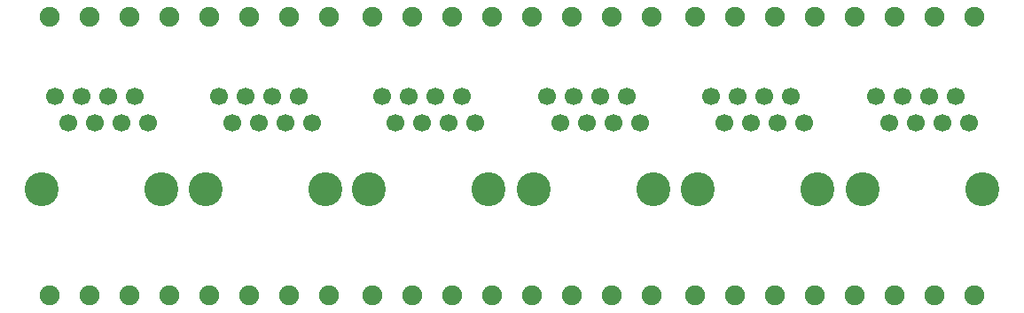
<source format=gbs>
G04 DipTrace 3.3.1.3*
G04 patch_panel_RG-45_5e_cat_24-port_BottomMask.gbs*
%MOMM*%
G04 #@! TF.FileFunction,Soldermask,Bot*
G04 #@! TF.Part,Single*
%ADD15C,1.7*%
%ADD18C,3.25*%
%ADD25C,1.9*%
%FSLAX35Y35*%
G04*
G71*
G90*
G75*
G01*
G04 BotMask*
%LPD*%
D25*
X6604000Y3048000D3*
X6985000D3*
X7366000D3*
X7747000D3*
X8128000D3*
X8509000D3*
X8890000D3*
X9271000D3*
Y381000D3*
X8890000D3*
X8509000D3*
X8128000D3*
X7747000D3*
X7366000D3*
X6985000D3*
X6604000D3*
D15*
X9223373Y2032000D3*
X9096373Y2286000D3*
X8969373Y2032000D3*
X8842373Y2286000D3*
X8715373Y2032000D3*
X8588373Y2286000D3*
X8461373Y2032000D3*
X8334373Y2286000D3*
D18*
X9350473Y1397000D3*
X8207273D3*
D15*
X7651750Y2032000D3*
X7524750Y2286000D3*
X7397750Y2032000D3*
X7270750Y2286000D3*
X7143750Y2032000D3*
X7016750Y2286000D3*
X6889750Y2032000D3*
X6762750Y2286000D3*
D18*
X7778850Y1397000D3*
X6635650D3*
D25*
X3524250Y3048000D3*
X3905250D3*
X4286250D3*
X4667250D3*
X5048250D3*
X5429250D3*
X5810250D3*
X6191250D3*
Y381000D3*
X5810250D3*
X5429250D3*
X5048250D3*
X4667250D3*
X4286250D3*
X3905250D3*
X3524250D3*
D15*
X6080123Y2032000D3*
X5953123Y2286000D3*
X5826123Y2032000D3*
X5699123Y2286000D3*
X5572123Y2032000D3*
X5445123Y2286000D3*
X5318123Y2032000D3*
X5191123Y2286000D3*
D18*
X6207223Y1397000D3*
X5064023D3*
D15*
X4508500Y2032000D3*
X4381500Y2286000D3*
X4254500Y2032000D3*
X4127500Y2286000D3*
X4000500Y2032000D3*
X3873500Y2286000D3*
X3746500Y2032000D3*
X3619500Y2286000D3*
D18*
X4635600Y1397000D3*
X3492400D3*
D25*
X444500Y3048000D3*
X825500D3*
X1206500D3*
X1587500D3*
X1968500D3*
X2349500D3*
X2730500D3*
X3111500D3*
Y381000D3*
X2730500D3*
X2349500D3*
X1968500D3*
X1587500D3*
X1206500D3*
X825500D3*
X444500D3*
D15*
X2951873Y2032000D3*
X2824873Y2286000D3*
X2697873Y2032000D3*
X2570873Y2286000D3*
X2443873Y2032000D3*
X2316873Y2286000D3*
X2189873Y2032000D3*
X2062873Y2286000D3*
D18*
X3078973Y1397000D3*
X1935773D3*
D15*
X1380250Y2032000D3*
X1253250Y2286000D3*
X1126250Y2032000D3*
X999250Y2286000D3*
X872250Y2032000D3*
X745250Y2286000D3*
X618250Y2032000D3*
X491250Y2286000D3*
D18*
X1507350Y1397000D3*
X364150D3*
M02*

</source>
